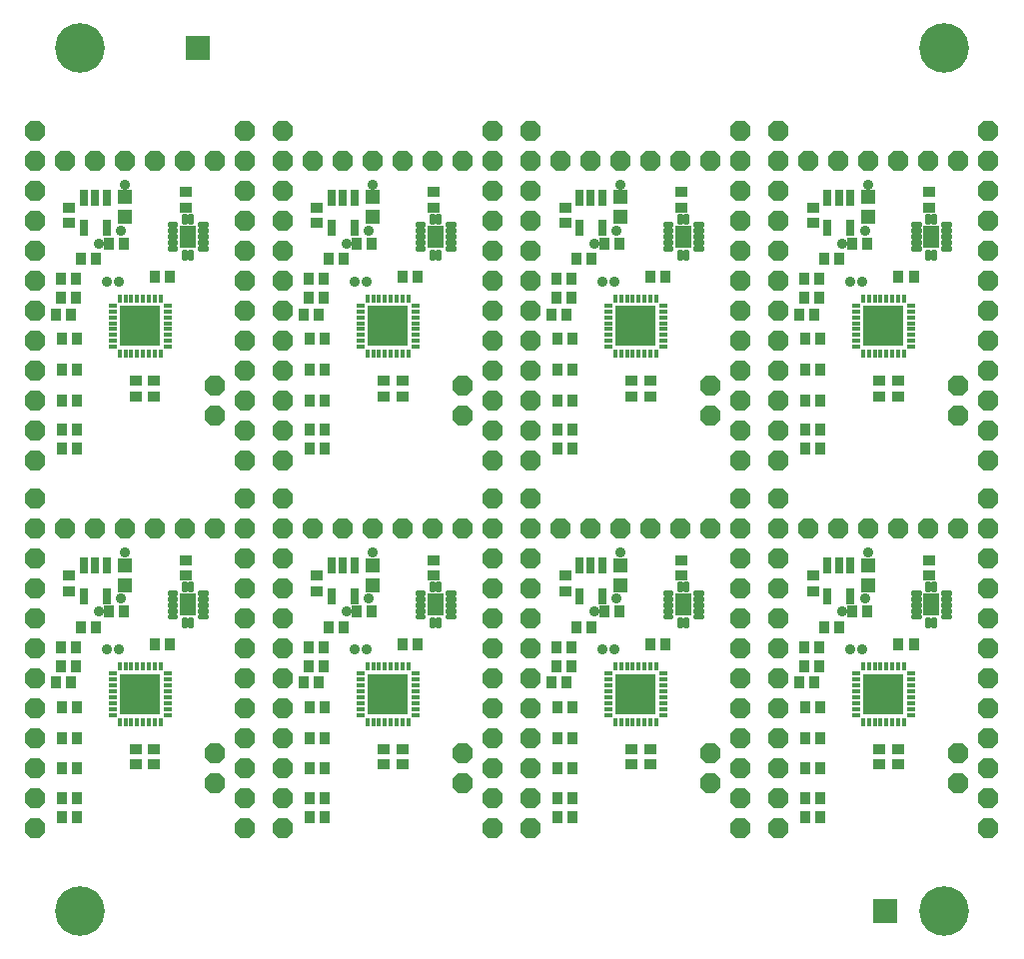
<source format=gts>
G75*
%MOIN*%
%OFA0B0*%
%FSLAX24Y24*%
%IPPOS*%
%LPD*%
%AMOC8*
5,1,8,0,0,1.08239X$1,22.5*
%
%ADD10C,0.1655*%
%ADD11R,0.0787X0.0787*%
%ADD12OC8,0.0671*%
%ADD13R,0.1378X0.1378*%
%ADD14R,0.0138X0.0295*%
%ADD15R,0.0295X0.0138*%
%ADD16R,0.0297X0.0552*%
%ADD17R,0.0434X0.0356*%
%ADD18R,0.0356X0.0434*%
%ADD19R,0.0474X0.0513*%
%ADD20C,0.0356*%
%ADD21C,0.0095*%
%ADD22R,0.0533X0.0730*%
%ADD23C,0.0474*%
D10*
X006685Y006405D03*
X035503Y006405D03*
X035503Y035224D03*
X006685Y035224D03*
D11*
X010622Y035224D03*
X033535Y006405D03*
D12*
X036996Y009173D03*
X036996Y010173D03*
X036996Y011173D03*
X035996Y011673D03*
X036996Y012173D03*
X036996Y013173D03*
X036996Y014173D03*
X036996Y015173D03*
X036996Y016173D03*
X036996Y017173D03*
X036996Y018173D03*
X036996Y019173D03*
X035996Y019173D03*
X034996Y019173D03*
X033996Y019173D03*
X032996Y019173D03*
X031996Y019173D03*
X030996Y019173D03*
X029996Y019173D03*
X029996Y020173D03*
X028728Y020173D03*
X028728Y019173D03*
X027728Y019173D03*
X026728Y019173D03*
X025728Y019173D03*
X024728Y019173D03*
X023728Y019173D03*
X022728Y019173D03*
X021728Y019173D03*
X021728Y020173D03*
X020460Y020173D03*
X020460Y019173D03*
X019460Y019173D03*
X018460Y019173D03*
X017460Y019173D03*
X016460Y019173D03*
X015460Y019173D03*
X014460Y019173D03*
X013460Y019173D03*
X013460Y020173D03*
X012192Y020173D03*
X012192Y019173D03*
X011192Y019173D03*
X010192Y019173D03*
X009192Y019173D03*
X008192Y019173D03*
X007192Y019173D03*
X006192Y019173D03*
X005192Y019173D03*
X005192Y020173D03*
X005192Y021456D03*
X005192Y022456D03*
X005192Y023456D03*
X005192Y024456D03*
X005192Y025456D03*
X005192Y026456D03*
X005192Y027456D03*
X005192Y028456D03*
X005192Y029456D03*
X005192Y030456D03*
X005192Y031456D03*
X005192Y032456D03*
X006192Y031456D03*
X007192Y031456D03*
X008192Y031456D03*
X009192Y031456D03*
X010192Y031456D03*
X011192Y031456D03*
X012192Y031456D03*
X012192Y032456D03*
X013460Y032456D03*
X013460Y031456D03*
X013460Y030456D03*
X013460Y029456D03*
X013460Y028456D03*
X013460Y027456D03*
X013460Y026456D03*
X013460Y025456D03*
X013460Y024456D03*
X013460Y023456D03*
X013460Y022456D03*
X013460Y021456D03*
X012192Y021456D03*
X012192Y022456D03*
X012192Y023456D03*
X012192Y024456D03*
X012192Y025456D03*
X012192Y026456D03*
X012192Y027456D03*
X012192Y028456D03*
X012192Y029456D03*
X012192Y030456D03*
X014460Y031456D03*
X015460Y031456D03*
X016460Y031456D03*
X017460Y031456D03*
X018460Y031456D03*
X019460Y031456D03*
X020460Y031456D03*
X020460Y032456D03*
X021728Y032456D03*
X021728Y031456D03*
X021728Y030456D03*
X021728Y029456D03*
X021728Y028456D03*
X021728Y027456D03*
X021728Y026456D03*
X021728Y025456D03*
X021728Y024456D03*
X021728Y023456D03*
X021728Y022456D03*
X021728Y021456D03*
X020460Y021456D03*
X020460Y022456D03*
X020460Y023456D03*
X020460Y024456D03*
X020460Y025456D03*
X020460Y026456D03*
X020460Y027456D03*
X020460Y028456D03*
X020460Y029456D03*
X020460Y030456D03*
X022728Y031456D03*
X023728Y031456D03*
X024728Y031456D03*
X025728Y031456D03*
X026728Y031456D03*
X027728Y031456D03*
X028728Y031456D03*
X028728Y032456D03*
X029996Y032456D03*
X029996Y031456D03*
X030996Y031456D03*
X031996Y031456D03*
X032996Y031456D03*
X033996Y031456D03*
X034996Y031456D03*
X035996Y031456D03*
X036996Y031456D03*
X036996Y032456D03*
X036996Y030456D03*
X036996Y029456D03*
X036996Y028456D03*
X036996Y027456D03*
X036996Y026456D03*
X036996Y025456D03*
X036996Y024456D03*
X035996Y023956D03*
X036996Y023456D03*
X036996Y022456D03*
X035996Y022956D03*
X036996Y021456D03*
X036996Y020173D03*
X029996Y021456D03*
X029996Y022456D03*
X029996Y023456D03*
X029996Y024456D03*
X029996Y025456D03*
X029996Y026456D03*
X029996Y027456D03*
X029996Y028456D03*
X029996Y029456D03*
X029996Y030456D03*
X028728Y030456D03*
X028728Y029456D03*
X028728Y028456D03*
X028728Y027456D03*
X028728Y026456D03*
X028728Y025456D03*
X028728Y024456D03*
X028728Y023456D03*
X028728Y022456D03*
X028728Y021456D03*
X027728Y022956D03*
X027728Y023956D03*
X028728Y018173D03*
X028728Y017173D03*
X028728Y016173D03*
X028728Y015173D03*
X028728Y014173D03*
X028728Y013173D03*
X028728Y012173D03*
X028728Y011173D03*
X028728Y010173D03*
X028728Y009173D03*
X029996Y009173D03*
X029996Y010173D03*
X029996Y011173D03*
X029996Y012173D03*
X029996Y013173D03*
X029996Y014173D03*
X029996Y015173D03*
X029996Y016173D03*
X029996Y017173D03*
X029996Y018173D03*
X027728Y011673D03*
X027728Y010673D03*
X021728Y011173D03*
X021728Y010173D03*
X021728Y009173D03*
X020460Y009173D03*
X020460Y010173D03*
X020460Y011173D03*
X020460Y012173D03*
X020460Y013173D03*
X020460Y014173D03*
X020460Y015173D03*
X020460Y016173D03*
X020460Y017173D03*
X020460Y018173D03*
X021728Y018173D03*
X021728Y017173D03*
X021728Y016173D03*
X021728Y015173D03*
X021728Y014173D03*
X021728Y013173D03*
X021728Y012173D03*
X019460Y011673D03*
X019460Y010673D03*
X013460Y011173D03*
X013460Y010173D03*
X013460Y009173D03*
X012192Y009173D03*
X012192Y010173D03*
X012192Y011173D03*
X012192Y012173D03*
X012192Y013173D03*
X012192Y014173D03*
X012192Y015173D03*
X012192Y016173D03*
X012192Y017173D03*
X012192Y018173D03*
X013460Y018173D03*
X013460Y017173D03*
X013460Y016173D03*
X013460Y015173D03*
X013460Y014173D03*
X013460Y013173D03*
X013460Y012173D03*
X011192Y011673D03*
X011192Y010673D03*
X005192Y011173D03*
X005192Y010173D03*
X005192Y009173D03*
X005192Y012173D03*
X005192Y013173D03*
X005192Y014173D03*
X005192Y015173D03*
X005192Y016173D03*
X005192Y017173D03*
X005192Y018173D03*
X011192Y022956D03*
X011192Y023956D03*
X019460Y023956D03*
X019460Y022956D03*
X035996Y010673D03*
D13*
X033496Y013649D03*
X025228Y013649D03*
X016960Y013649D03*
X008692Y013649D03*
X008692Y025933D03*
X016960Y025933D03*
X025228Y025933D03*
X033496Y025933D03*
D14*
X033594Y026858D03*
X033397Y026858D03*
X033200Y026858D03*
X033003Y026858D03*
X032807Y026858D03*
X033791Y026858D03*
X033988Y026858D03*
X034185Y026858D03*
X034185Y025007D03*
X033988Y025007D03*
X033791Y025007D03*
X033594Y025007D03*
X033397Y025007D03*
X033200Y025007D03*
X033003Y025007D03*
X032807Y025007D03*
X025917Y025007D03*
X025720Y025007D03*
X025523Y025007D03*
X025326Y025007D03*
X025129Y025007D03*
X024933Y025007D03*
X024736Y025007D03*
X024539Y025007D03*
X024539Y026858D03*
X024736Y026858D03*
X024933Y026858D03*
X025129Y026858D03*
X025326Y026858D03*
X025523Y026858D03*
X025720Y026858D03*
X025917Y026858D03*
X017649Y026858D03*
X017452Y026858D03*
X017255Y026858D03*
X017059Y026858D03*
X016862Y026858D03*
X016665Y026858D03*
X016468Y026858D03*
X016271Y026858D03*
X016271Y025007D03*
X016468Y025007D03*
X016665Y025007D03*
X016862Y025007D03*
X017059Y025007D03*
X017255Y025007D03*
X017452Y025007D03*
X017649Y025007D03*
X009381Y025007D03*
X009185Y025007D03*
X008988Y025007D03*
X008791Y025007D03*
X008594Y025007D03*
X008397Y025007D03*
X008200Y025007D03*
X008003Y025007D03*
X008003Y026858D03*
X008200Y026858D03*
X008397Y026858D03*
X008594Y026858D03*
X008791Y026858D03*
X008988Y026858D03*
X009185Y026858D03*
X009381Y026858D03*
X009381Y014574D03*
X009185Y014574D03*
X008988Y014574D03*
X008791Y014574D03*
X008594Y014574D03*
X008397Y014574D03*
X008200Y014574D03*
X008003Y014574D03*
X008003Y012724D03*
X008200Y012724D03*
X008397Y012724D03*
X008594Y012724D03*
X008791Y012724D03*
X008988Y012724D03*
X009185Y012724D03*
X009381Y012724D03*
X016271Y012724D03*
X016468Y012724D03*
X016665Y012724D03*
X016862Y012724D03*
X017059Y012724D03*
X017255Y012724D03*
X017452Y012724D03*
X017649Y012724D03*
X017649Y014574D03*
X017452Y014574D03*
X017255Y014574D03*
X017059Y014574D03*
X016862Y014574D03*
X016665Y014574D03*
X016468Y014574D03*
X016271Y014574D03*
X024539Y014574D03*
X024736Y014574D03*
X024933Y014574D03*
X025129Y014574D03*
X025326Y014574D03*
X025523Y014574D03*
X025720Y014574D03*
X025917Y014574D03*
X025917Y012724D03*
X025720Y012724D03*
X025523Y012724D03*
X025326Y012724D03*
X025129Y012724D03*
X024933Y012724D03*
X024736Y012724D03*
X024539Y012724D03*
X032807Y012724D03*
X033003Y012724D03*
X033200Y012724D03*
X033397Y012724D03*
X033594Y012724D03*
X033791Y012724D03*
X033988Y012724D03*
X034185Y012724D03*
X034185Y014574D03*
X033988Y014574D03*
X033791Y014574D03*
X033594Y014574D03*
X033397Y014574D03*
X033200Y014574D03*
X033003Y014574D03*
X032807Y014574D03*
D15*
X032570Y014338D03*
X032570Y014141D03*
X032570Y013944D03*
X032570Y013748D03*
X032570Y013551D03*
X032570Y013354D03*
X032570Y013157D03*
X032570Y012960D03*
X034421Y012960D03*
X034421Y013157D03*
X034421Y013354D03*
X034421Y013551D03*
X034421Y013748D03*
X034421Y013944D03*
X034421Y014141D03*
X034421Y014338D03*
X026153Y014338D03*
X026153Y014141D03*
X026153Y013944D03*
X026153Y013748D03*
X026153Y013551D03*
X026153Y013354D03*
X026153Y013157D03*
X026153Y012960D03*
X024303Y012960D03*
X024303Y013157D03*
X024303Y013354D03*
X024303Y013551D03*
X024303Y013748D03*
X024303Y013944D03*
X024303Y014141D03*
X024303Y014338D03*
X017885Y014338D03*
X017885Y014141D03*
X017885Y013944D03*
X017885Y013748D03*
X017885Y013551D03*
X017885Y013354D03*
X017885Y013157D03*
X017885Y012960D03*
X016035Y012960D03*
X016035Y013157D03*
X016035Y013354D03*
X016035Y013551D03*
X016035Y013748D03*
X016035Y013944D03*
X016035Y014141D03*
X016035Y014338D03*
X009618Y014338D03*
X009618Y014141D03*
X009618Y013944D03*
X009618Y013748D03*
X009618Y013551D03*
X009618Y013354D03*
X009618Y013157D03*
X009618Y012960D03*
X007767Y012960D03*
X007767Y013157D03*
X007767Y013354D03*
X007767Y013551D03*
X007767Y013748D03*
X007767Y013944D03*
X007767Y014141D03*
X007767Y014338D03*
X007767Y025244D03*
X007767Y025441D03*
X007767Y025637D03*
X007767Y025834D03*
X007767Y026031D03*
X007767Y026228D03*
X007767Y026425D03*
X007767Y026622D03*
X009618Y026622D03*
X009618Y026425D03*
X009618Y026228D03*
X009618Y026031D03*
X009618Y025834D03*
X009618Y025637D03*
X009618Y025441D03*
X009618Y025244D03*
X016035Y025244D03*
X016035Y025441D03*
X016035Y025637D03*
X016035Y025834D03*
X016035Y026031D03*
X016035Y026228D03*
X016035Y026425D03*
X016035Y026622D03*
X017885Y026622D03*
X017885Y026425D03*
X017885Y026228D03*
X017885Y026031D03*
X017885Y025834D03*
X017885Y025637D03*
X017885Y025441D03*
X017885Y025244D03*
X024303Y025244D03*
X024303Y025441D03*
X024303Y025637D03*
X024303Y025834D03*
X024303Y026031D03*
X024303Y026228D03*
X024303Y026425D03*
X024303Y026622D03*
X026153Y026622D03*
X026153Y026425D03*
X026153Y026228D03*
X026153Y026031D03*
X026153Y025834D03*
X026153Y025637D03*
X026153Y025441D03*
X026153Y025244D03*
X032570Y025244D03*
X032570Y025441D03*
X032570Y025637D03*
X032570Y025834D03*
X032570Y026031D03*
X032570Y026228D03*
X032570Y026425D03*
X032570Y026622D03*
X034421Y026622D03*
X034421Y026425D03*
X034421Y026228D03*
X034421Y026031D03*
X034421Y025834D03*
X034421Y025637D03*
X034421Y025441D03*
X034421Y025244D03*
D16*
X032374Y029200D03*
X031626Y029200D03*
X031626Y030224D03*
X032000Y030224D03*
X032374Y030224D03*
X024106Y030224D03*
X023732Y030224D03*
X023358Y030224D03*
X023358Y029200D03*
X024106Y029200D03*
X015838Y029200D03*
X015090Y029200D03*
X015090Y030224D03*
X015464Y030224D03*
X015838Y030224D03*
X007570Y030224D03*
X007196Y030224D03*
X006822Y030224D03*
X006822Y029200D03*
X007570Y029200D03*
X007570Y017941D03*
X007196Y017941D03*
X006822Y017941D03*
X006822Y016917D03*
X007570Y016917D03*
X015090Y016917D03*
X015838Y016917D03*
X015838Y017941D03*
X015464Y017941D03*
X015090Y017941D03*
X023358Y017941D03*
X023732Y017941D03*
X024106Y017941D03*
X024106Y016917D03*
X023358Y016917D03*
X031626Y016917D03*
X032374Y016917D03*
X032374Y017941D03*
X032000Y017941D03*
X031626Y017941D03*
D17*
X031133Y017606D03*
X031133Y017094D03*
X035031Y017606D03*
X035031Y018118D03*
X033968Y023590D03*
X033968Y024102D03*
X033338Y024102D03*
X033338Y023590D03*
X031133Y029378D03*
X031133Y029889D03*
X035031Y029889D03*
X035031Y030401D03*
X026763Y030401D03*
X026763Y029889D03*
X022866Y029889D03*
X022866Y029378D03*
X018496Y029889D03*
X018496Y030401D03*
X014598Y029889D03*
X014598Y029378D03*
X010228Y029889D03*
X010228Y030401D03*
X006330Y029889D03*
X006330Y029378D03*
X008535Y024102D03*
X008535Y023590D03*
X009165Y023590D03*
X009165Y024102D03*
X010228Y018118D03*
X010228Y017606D03*
X006330Y017606D03*
X006330Y017094D03*
X008535Y011819D03*
X008535Y011307D03*
X009165Y011307D03*
X009165Y011819D03*
X014598Y017094D03*
X014598Y017606D03*
X018496Y017606D03*
X018496Y018118D03*
X022866Y017606D03*
X022866Y017094D03*
X026763Y017606D03*
X026763Y018118D03*
X025700Y023590D03*
X025700Y024102D03*
X025070Y024102D03*
X025070Y023590D03*
X017433Y023590D03*
X017433Y024102D03*
X016803Y024102D03*
X016803Y023590D03*
X016803Y011819D03*
X016803Y011307D03*
X017433Y011307D03*
X017433Y011819D03*
X025070Y011819D03*
X025070Y011307D03*
X025700Y011307D03*
X025700Y011819D03*
X033338Y011819D03*
X033338Y011307D03*
X033968Y011307D03*
X033968Y011819D03*
D18*
X031389Y012193D03*
X030878Y012193D03*
X030878Y013216D03*
X031389Y013216D03*
X031192Y014043D03*
X030681Y014043D03*
X030838Y014594D03*
X030838Y015224D03*
X031350Y015224D03*
X031350Y014594D03*
X031507Y015893D03*
X032019Y015893D03*
X032452Y016405D03*
X032964Y016405D03*
X033988Y015303D03*
X034500Y015303D03*
X031389Y011169D03*
X030878Y011169D03*
X030878Y010185D03*
X031389Y010185D03*
X031389Y009555D03*
X030878Y009555D03*
X026232Y015303D03*
X025720Y015303D03*
X024696Y016405D03*
X024185Y016405D03*
X023752Y015893D03*
X023240Y015893D03*
X023082Y015224D03*
X023082Y014594D03*
X022570Y014594D03*
X022570Y015224D03*
X022413Y014043D03*
X022925Y014043D03*
X023122Y013216D03*
X022610Y013216D03*
X022610Y012193D03*
X023122Y012193D03*
X023122Y011169D03*
X022610Y011169D03*
X022610Y010185D03*
X023122Y010185D03*
X023122Y009555D03*
X022610Y009555D03*
X017964Y015303D03*
X017452Y015303D03*
X016429Y016405D03*
X015917Y016405D03*
X015484Y015893D03*
X014972Y015893D03*
X014815Y015224D03*
X014303Y015224D03*
X014303Y014594D03*
X014815Y014594D03*
X014657Y014043D03*
X014145Y014043D03*
X014342Y013216D03*
X014854Y013216D03*
X014854Y012193D03*
X014342Y012193D03*
X014342Y011169D03*
X014854Y011169D03*
X014854Y010185D03*
X014342Y010185D03*
X014342Y009555D03*
X014854Y009555D03*
X009696Y015303D03*
X009185Y015303D03*
X008161Y016405D03*
X007649Y016405D03*
X007216Y015893D03*
X006704Y015893D03*
X006547Y015224D03*
X006035Y015224D03*
X006035Y014594D03*
X006547Y014594D03*
X006389Y014043D03*
X005878Y014043D03*
X006074Y013216D03*
X006586Y013216D03*
X006586Y012193D03*
X006074Y012193D03*
X006074Y011169D03*
X006586Y011169D03*
X006586Y010185D03*
X006074Y010185D03*
X006074Y009555D03*
X006586Y009555D03*
X006586Y021838D03*
X006074Y021838D03*
X006074Y022468D03*
X006586Y022468D03*
X006586Y023452D03*
X006074Y023452D03*
X006074Y024476D03*
X006586Y024476D03*
X006586Y025500D03*
X006074Y025500D03*
X005878Y026326D03*
X006389Y026326D03*
X006547Y026878D03*
X006035Y026878D03*
X006035Y027507D03*
X006547Y027507D03*
X006704Y028177D03*
X007216Y028177D03*
X007649Y028689D03*
X008161Y028689D03*
X009185Y027586D03*
X009696Y027586D03*
X014303Y027507D03*
X014815Y027507D03*
X014815Y026878D03*
X014303Y026878D03*
X014145Y026326D03*
X014657Y026326D03*
X014854Y025500D03*
X014342Y025500D03*
X014342Y024476D03*
X014854Y024476D03*
X014854Y023452D03*
X014342Y023452D03*
X014342Y022468D03*
X014854Y022468D03*
X014854Y021838D03*
X014342Y021838D03*
X017452Y027586D03*
X017964Y027586D03*
X016429Y028689D03*
X015917Y028689D03*
X015484Y028177D03*
X014972Y028177D03*
X022570Y027507D03*
X022570Y026878D03*
X023082Y026878D03*
X023082Y027507D03*
X023240Y028177D03*
X023752Y028177D03*
X024185Y028689D03*
X024696Y028689D03*
X025720Y027586D03*
X026232Y027586D03*
X023122Y025500D03*
X022610Y025500D03*
X022413Y026326D03*
X022925Y026326D03*
X023122Y024476D03*
X022610Y024476D03*
X022610Y023452D03*
X023122Y023452D03*
X023122Y022468D03*
X022610Y022468D03*
X022610Y021838D03*
X023122Y021838D03*
X030681Y026326D03*
X031192Y026326D03*
X031350Y026878D03*
X031350Y027507D03*
X030838Y027507D03*
X030838Y026878D03*
X031507Y028177D03*
X032019Y028177D03*
X032452Y028689D03*
X032964Y028689D03*
X033988Y027586D03*
X034500Y027586D03*
X031389Y025500D03*
X030878Y025500D03*
X030878Y024476D03*
X031389Y024476D03*
X031389Y023452D03*
X030878Y023452D03*
X030878Y022468D03*
X031389Y022468D03*
X031389Y021838D03*
X030878Y021838D03*
D19*
X032984Y017960D03*
X032984Y017291D03*
X024716Y017291D03*
X024716Y017960D03*
X016448Y017960D03*
X016448Y017291D03*
X008181Y017291D03*
X008181Y017960D03*
X008181Y029574D03*
X008181Y030244D03*
X016448Y030244D03*
X016448Y029574D03*
X024716Y029574D03*
X024716Y030244D03*
X032984Y030244D03*
X032984Y029574D03*
D20*
X032866Y029122D03*
X032118Y028689D03*
X032393Y027429D03*
X032787Y027429D03*
X032984Y030657D03*
X024716Y030657D03*
X024598Y029122D03*
X023850Y028689D03*
X024126Y027429D03*
X024519Y027429D03*
X016448Y030657D03*
X016330Y029122D03*
X015582Y028689D03*
X015858Y027429D03*
X016252Y027429D03*
X007984Y027429D03*
X007590Y027429D03*
X007315Y028689D03*
X008063Y029122D03*
X008181Y030657D03*
X008181Y018374D03*
X008063Y016838D03*
X007315Y016405D03*
X007590Y015145D03*
X007984Y015145D03*
X015582Y016405D03*
X016330Y016838D03*
X016448Y018374D03*
X016252Y015145D03*
X015858Y015145D03*
X023850Y016405D03*
X024598Y016838D03*
X024716Y018374D03*
X024519Y015145D03*
X024126Y015145D03*
X032118Y016405D03*
X032866Y016838D03*
X032984Y018374D03*
X032787Y015145D03*
X032393Y015145D03*
D21*
X034437Y016200D02*
X034437Y016296D01*
X034699Y016296D01*
X034699Y016200D01*
X034437Y016200D01*
X034437Y016294D02*
X034699Y016294D01*
X034437Y016396D02*
X034437Y016492D01*
X034699Y016492D01*
X034699Y016396D01*
X034437Y016396D01*
X034437Y016490D02*
X034699Y016490D01*
X034437Y016593D02*
X034437Y016689D01*
X034699Y016689D01*
X034699Y016593D01*
X034437Y016593D01*
X034437Y016687D02*
X034699Y016687D01*
X034437Y016790D02*
X034437Y016886D01*
X034699Y016886D01*
X034699Y016790D01*
X034437Y016790D01*
X034437Y016884D02*
X034699Y016884D01*
X034437Y016987D02*
X034437Y017083D01*
X034699Y017083D01*
X034699Y016987D01*
X034437Y016987D01*
X034437Y017081D02*
X034699Y017081D01*
X034924Y017373D02*
X035020Y017373D01*
X035020Y017111D01*
X034924Y017111D01*
X034924Y017373D01*
X034924Y017205D02*
X035020Y017205D01*
X035020Y017299D02*
X034924Y017299D01*
X035121Y017373D02*
X035217Y017373D01*
X035217Y017111D01*
X035121Y017111D01*
X035121Y017373D01*
X035121Y017205D02*
X035217Y017205D01*
X035217Y017299D02*
X035121Y017299D01*
X035703Y017083D02*
X035703Y016987D01*
X035441Y016987D01*
X035441Y017083D01*
X035703Y017083D01*
X035703Y017081D02*
X035441Y017081D01*
X035703Y016886D02*
X035703Y016790D01*
X035441Y016790D01*
X035441Y016886D01*
X035703Y016886D01*
X035703Y016884D02*
X035441Y016884D01*
X035703Y016689D02*
X035703Y016593D01*
X035441Y016593D01*
X035441Y016689D01*
X035703Y016689D01*
X035703Y016687D02*
X035441Y016687D01*
X035703Y016492D02*
X035703Y016396D01*
X035441Y016396D01*
X035441Y016492D01*
X035703Y016492D01*
X035703Y016490D02*
X035441Y016490D01*
X035703Y016296D02*
X035703Y016200D01*
X035441Y016200D01*
X035441Y016296D01*
X035703Y016296D01*
X035703Y016294D02*
X035441Y016294D01*
X035217Y015910D02*
X035121Y015910D01*
X035121Y016172D01*
X035217Y016172D01*
X035217Y015910D01*
X035217Y016004D02*
X035121Y016004D01*
X035121Y016098D02*
X035217Y016098D01*
X035020Y015910D02*
X034924Y015910D01*
X034924Y016172D01*
X035020Y016172D01*
X035020Y015910D01*
X035020Y016004D02*
X034924Y016004D01*
X034924Y016098D02*
X035020Y016098D01*
X027436Y016200D02*
X027436Y016296D01*
X027436Y016200D02*
X027174Y016200D01*
X027174Y016296D01*
X027436Y016296D01*
X027436Y016294D02*
X027174Y016294D01*
X027436Y016396D02*
X027436Y016492D01*
X027436Y016396D02*
X027174Y016396D01*
X027174Y016492D01*
X027436Y016492D01*
X027436Y016490D02*
X027174Y016490D01*
X027436Y016593D02*
X027436Y016689D01*
X027436Y016593D02*
X027174Y016593D01*
X027174Y016689D01*
X027436Y016689D01*
X027436Y016687D02*
X027174Y016687D01*
X027436Y016790D02*
X027436Y016886D01*
X027436Y016790D02*
X027174Y016790D01*
X027174Y016886D01*
X027436Y016886D01*
X027436Y016884D02*
X027174Y016884D01*
X027436Y016987D02*
X027436Y017083D01*
X027436Y016987D02*
X027174Y016987D01*
X027174Y017083D01*
X027436Y017083D01*
X027436Y017081D02*
X027174Y017081D01*
X026949Y017373D02*
X026853Y017373D01*
X026949Y017373D02*
X026949Y017111D01*
X026853Y017111D01*
X026853Y017373D01*
X026853Y017205D02*
X026949Y017205D01*
X026949Y017299D02*
X026853Y017299D01*
X026752Y017373D02*
X026656Y017373D01*
X026752Y017373D02*
X026752Y017111D01*
X026656Y017111D01*
X026656Y017373D01*
X026656Y017205D02*
X026752Y017205D01*
X026752Y017299D02*
X026656Y017299D01*
X026170Y017083D02*
X026170Y016987D01*
X026170Y017083D02*
X026432Y017083D01*
X026432Y016987D01*
X026170Y016987D01*
X026170Y017081D02*
X026432Y017081D01*
X026170Y016886D02*
X026170Y016790D01*
X026170Y016886D02*
X026432Y016886D01*
X026432Y016790D01*
X026170Y016790D01*
X026170Y016884D02*
X026432Y016884D01*
X026170Y016689D02*
X026170Y016593D01*
X026170Y016689D02*
X026432Y016689D01*
X026432Y016593D01*
X026170Y016593D01*
X026170Y016687D02*
X026432Y016687D01*
X026170Y016492D02*
X026170Y016396D01*
X026170Y016492D02*
X026432Y016492D01*
X026432Y016396D01*
X026170Y016396D01*
X026170Y016490D02*
X026432Y016490D01*
X026170Y016296D02*
X026170Y016200D01*
X026170Y016296D02*
X026432Y016296D01*
X026432Y016200D01*
X026170Y016200D01*
X026170Y016294D02*
X026432Y016294D01*
X026656Y015910D02*
X026752Y015910D01*
X026656Y015910D02*
X026656Y016172D01*
X026752Y016172D01*
X026752Y015910D01*
X026752Y016004D02*
X026656Y016004D01*
X026656Y016098D02*
X026752Y016098D01*
X026853Y015910D02*
X026949Y015910D01*
X026853Y015910D02*
X026853Y016172D01*
X026949Y016172D01*
X026949Y015910D01*
X026949Y016004D02*
X026853Y016004D01*
X026853Y016098D02*
X026949Y016098D01*
X019168Y016200D02*
X019168Y016296D01*
X019168Y016200D02*
X018906Y016200D01*
X018906Y016296D01*
X019168Y016296D01*
X019168Y016294D02*
X018906Y016294D01*
X019168Y016396D02*
X019168Y016492D01*
X019168Y016396D02*
X018906Y016396D01*
X018906Y016492D01*
X019168Y016492D01*
X019168Y016490D02*
X018906Y016490D01*
X019168Y016593D02*
X019168Y016689D01*
X019168Y016593D02*
X018906Y016593D01*
X018906Y016689D01*
X019168Y016689D01*
X019168Y016687D02*
X018906Y016687D01*
X019168Y016790D02*
X019168Y016886D01*
X019168Y016790D02*
X018906Y016790D01*
X018906Y016886D01*
X019168Y016886D01*
X019168Y016884D02*
X018906Y016884D01*
X019168Y016987D02*
X019168Y017083D01*
X019168Y016987D02*
X018906Y016987D01*
X018906Y017083D01*
X019168Y017083D01*
X019168Y017081D02*
X018906Y017081D01*
X018681Y017373D02*
X018585Y017373D01*
X018681Y017373D02*
X018681Y017111D01*
X018585Y017111D01*
X018585Y017373D01*
X018585Y017205D02*
X018681Y017205D01*
X018681Y017299D02*
X018585Y017299D01*
X018485Y017373D02*
X018389Y017373D01*
X018485Y017373D02*
X018485Y017111D01*
X018389Y017111D01*
X018389Y017373D01*
X018389Y017205D02*
X018485Y017205D01*
X018485Y017299D02*
X018389Y017299D01*
X017902Y017083D02*
X017902Y016987D01*
X017902Y017083D02*
X018164Y017083D01*
X018164Y016987D01*
X017902Y016987D01*
X017902Y017081D02*
X018164Y017081D01*
X017902Y016886D02*
X017902Y016790D01*
X017902Y016886D02*
X018164Y016886D01*
X018164Y016790D01*
X017902Y016790D01*
X017902Y016884D02*
X018164Y016884D01*
X017902Y016689D02*
X017902Y016593D01*
X017902Y016689D02*
X018164Y016689D01*
X018164Y016593D01*
X017902Y016593D01*
X017902Y016687D02*
X018164Y016687D01*
X017902Y016492D02*
X017902Y016396D01*
X017902Y016492D02*
X018164Y016492D01*
X018164Y016396D01*
X017902Y016396D01*
X017902Y016490D02*
X018164Y016490D01*
X017902Y016296D02*
X017902Y016200D01*
X017902Y016296D02*
X018164Y016296D01*
X018164Y016200D01*
X017902Y016200D01*
X017902Y016294D02*
X018164Y016294D01*
X018389Y015910D02*
X018485Y015910D01*
X018389Y015910D02*
X018389Y016172D01*
X018485Y016172D01*
X018485Y015910D01*
X018485Y016004D02*
X018389Y016004D01*
X018389Y016098D02*
X018485Y016098D01*
X018585Y015910D02*
X018681Y015910D01*
X018585Y015910D02*
X018585Y016172D01*
X018681Y016172D01*
X018681Y015910D01*
X018681Y016004D02*
X018585Y016004D01*
X018585Y016098D02*
X018681Y016098D01*
X010900Y016200D02*
X010900Y016296D01*
X010900Y016200D02*
X010638Y016200D01*
X010638Y016296D01*
X010900Y016296D01*
X010900Y016294D02*
X010638Y016294D01*
X010900Y016396D02*
X010900Y016492D01*
X010900Y016396D02*
X010638Y016396D01*
X010638Y016492D01*
X010900Y016492D01*
X010900Y016490D02*
X010638Y016490D01*
X010900Y016593D02*
X010900Y016689D01*
X010900Y016593D02*
X010638Y016593D01*
X010638Y016689D01*
X010900Y016689D01*
X010900Y016687D02*
X010638Y016687D01*
X010900Y016790D02*
X010900Y016886D01*
X010900Y016790D02*
X010638Y016790D01*
X010638Y016886D01*
X010900Y016886D01*
X010900Y016884D02*
X010638Y016884D01*
X010900Y016987D02*
X010900Y017083D01*
X010900Y016987D02*
X010638Y016987D01*
X010638Y017083D01*
X010900Y017083D01*
X010900Y017081D02*
X010638Y017081D01*
X010414Y017373D02*
X010318Y017373D01*
X010414Y017373D02*
X010414Y017111D01*
X010318Y017111D01*
X010318Y017373D01*
X010318Y017205D02*
X010414Y017205D01*
X010414Y017299D02*
X010318Y017299D01*
X010217Y017373D02*
X010121Y017373D01*
X010217Y017373D02*
X010217Y017111D01*
X010121Y017111D01*
X010121Y017373D01*
X010121Y017205D02*
X010217Y017205D01*
X010217Y017299D02*
X010121Y017299D01*
X009634Y017083D02*
X009634Y016987D01*
X009634Y017083D02*
X009896Y017083D01*
X009896Y016987D01*
X009634Y016987D01*
X009634Y017081D02*
X009896Y017081D01*
X009634Y016886D02*
X009634Y016790D01*
X009634Y016886D02*
X009896Y016886D01*
X009896Y016790D01*
X009634Y016790D01*
X009634Y016884D02*
X009896Y016884D01*
X009634Y016689D02*
X009634Y016593D01*
X009634Y016689D02*
X009896Y016689D01*
X009896Y016593D01*
X009634Y016593D01*
X009634Y016687D02*
X009896Y016687D01*
X009634Y016492D02*
X009634Y016396D01*
X009634Y016492D02*
X009896Y016492D01*
X009896Y016396D01*
X009634Y016396D01*
X009634Y016490D02*
X009896Y016490D01*
X009634Y016296D02*
X009634Y016200D01*
X009634Y016296D02*
X009896Y016296D01*
X009896Y016200D01*
X009634Y016200D01*
X009634Y016294D02*
X009896Y016294D01*
X010121Y015910D02*
X010217Y015910D01*
X010121Y015910D02*
X010121Y016172D01*
X010217Y016172D01*
X010217Y015910D01*
X010217Y016004D02*
X010121Y016004D01*
X010121Y016098D02*
X010217Y016098D01*
X010318Y015910D02*
X010414Y015910D01*
X010318Y015910D02*
X010318Y016172D01*
X010414Y016172D01*
X010414Y015910D01*
X010414Y016004D02*
X010318Y016004D01*
X010318Y016098D02*
X010414Y016098D01*
X010414Y028193D02*
X010318Y028193D01*
X010318Y028455D01*
X010414Y028455D01*
X010414Y028193D01*
X010414Y028287D02*
X010318Y028287D01*
X010318Y028381D02*
X010414Y028381D01*
X010217Y028193D02*
X010121Y028193D01*
X010121Y028455D01*
X010217Y028455D01*
X010217Y028193D01*
X010217Y028287D02*
X010121Y028287D01*
X010121Y028381D02*
X010217Y028381D01*
X010900Y028483D02*
X010900Y028579D01*
X010900Y028483D02*
X010638Y028483D01*
X010638Y028579D01*
X010900Y028579D01*
X010900Y028577D02*
X010638Y028577D01*
X010900Y028680D02*
X010900Y028776D01*
X010900Y028680D02*
X010638Y028680D01*
X010638Y028776D01*
X010900Y028776D01*
X010900Y028774D02*
X010638Y028774D01*
X010900Y028877D02*
X010900Y028973D01*
X010900Y028877D02*
X010638Y028877D01*
X010638Y028973D01*
X010900Y028973D01*
X010900Y028971D02*
X010638Y028971D01*
X010900Y029074D02*
X010900Y029170D01*
X010900Y029074D02*
X010638Y029074D01*
X010638Y029170D01*
X010900Y029170D01*
X010900Y029168D02*
X010638Y029168D01*
X010900Y029271D02*
X010900Y029367D01*
X010900Y029271D02*
X010638Y029271D01*
X010638Y029367D01*
X010900Y029367D01*
X010900Y029365D02*
X010638Y029365D01*
X010414Y029656D02*
X010318Y029656D01*
X010414Y029656D02*
X010414Y029394D01*
X010318Y029394D01*
X010318Y029656D01*
X010318Y029488D02*
X010414Y029488D01*
X010414Y029582D02*
X010318Y029582D01*
X010217Y029656D02*
X010121Y029656D01*
X010217Y029656D02*
X010217Y029394D01*
X010121Y029394D01*
X010121Y029656D01*
X010121Y029488D02*
X010217Y029488D01*
X010217Y029582D02*
X010121Y029582D01*
X009634Y029367D02*
X009634Y029271D01*
X009634Y029367D02*
X009896Y029367D01*
X009896Y029271D01*
X009634Y029271D01*
X009634Y029365D02*
X009896Y029365D01*
X009634Y029170D02*
X009634Y029074D01*
X009634Y029170D02*
X009896Y029170D01*
X009896Y029074D01*
X009634Y029074D01*
X009634Y029168D02*
X009896Y029168D01*
X009634Y028973D02*
X009634Y028877D01*
X009634Y028973D02*
X009896Y028973D01*
X009896Y028877D01*
X009634Y028877D01*
X009634Y028971D02*
X009896Y028971D01*
X009634Y028776D02*
X009634Y028680D01*
X009634Y028776D02*
X009896Y028776D01*
X009896Y028680D01*
X009634Y028680D01*
X009634Y028774D02*
X009896Y028774D01*
X009634Y028579D02*
X009634Y028483D01*
X009634Y028579D02*
X009896Y028579D01*
X009896Y028483D01*
X009634Y028483D01*
X009634Y028577D02*
X009896Y028577D01*
X017902Y028483D02*
X017902Y028579D01*
X018164Y028579D01*
X018164Y028483D01*
X017902Y028483D01*
X017902Y028577D02*
X018164Y028577D01*
X017902Y028680D02*
X017902Y028776D01*
X018164Y028776D01*
X018164Y028680D01*
X017902Y028680D01*
X017902Y028774D02*
X018164Y028774D01*
X017902Y028877D02*
X017902Y028973D01*
X018164Y028973D01*
X018164Y028877D01*
X017902Y028877D01*
X017902Y028971D02*
X018164Y028971D01*
X017902Y029074D02*
X017902Y029170D01*
X018164Y029170D01*
X018164Y029074D01*
X017902Y029074D01*
X017902Y029168D02*
X018164Y029168D01*
X017902Y029271D02*
X017902Y029367D01*
X018164Y029367D01*
X018164Y029271D01*
X017902Y029271D01*
X017902Y029365D02*
X018164Y029365D01*
X018389Y029656D02*
X018485Y029656D01*
X018485Y029394D01*
X018389Y029394D01*
X018389Y029656D01*
X018389Y029488D02*
X018485Y029488D01*
X018485Y029582D02*
X018389Y029582D01*
X018585Y029656D02*
X018681Y029656D01*
X018681Y029394D01*
X018585Y029394D01*
X018585Y029656D01*
X018585Y029488D02*
X018681Y029488D01*
X018681Y029582D02*
X018585Y029582D01*
X019168Y029367D02*
X019168Y029271D01*
X018906Y029271D01*
X018906Y029367D01*
X019168Y029367D01*
X019168Y029365D02*
X018906Y029365D01*
X019168Y029170D02*
X019168Y029074D01*
X018906Y029074D01*
X018906Y029170D01*
X019168Y029170D01*
X019168Y029168D02*
X018906Y029168D01*
X019168Y028973D02*
X019168Y028877D01*
X018906Y028877D01*
X018906Y028973D01*
X019168Y028973D01*
X019168Y028971D02*
X018906Y028971D01*
X019168Y028776D02*
X019168Y028680D01*
X018906Y028680D01*
X018906Y028776D01*
X019168Y028776D01*
X019168Y028774D02*
X018906Y028774D01*
X019168Y028579D02*
X019168Y028483D01*
X018906Y028483D01*
X018906Y028579D01*
X019168Y028579D01*
X019168Y028577D02*
X018906Y028577D01*
X018681Y028193D02*
X018585Y028193D01*
X018585Y028455D01*
X018681Y028455D01*
X018681Y028193D01*
X018681Y028287D02*
X018585Y028287D01*
X018585Y028381D02*
X018681Y028381D01*
X018485Y028193D02*
X018389Y028193D01*
X018389Y028455D01*
X018485Y028455D01*
X018485Y028193D01*
X018485Y028287D02*
X018389Y028287D01*
X018389Y028381D02*
X018485Y028381D01*
X026170Y028483D02*
X026170Y028579D01*
X026432Y028579D01*
X026432Y028483D01*
X026170Y028483D01*
X026170Y028577D02*
X026432Y028577D01*
X026170Y028680D02*
X026170Y028776D01*
X026432Y028776D01*
X026432Y028680D01*
X026170Y028680D01*
X026170Y028774D02*
X026432Y028774D01*
X026170Y028877D02*
X026170Y028973D01*
X026432Y028973D01*
X026432Y028877D01*
X026170Y028877D01*
X026170Y028971D02*
X026432Y028971D01*
X026170Y029074D02*
X026170Y029170D01*
X026432Y029170D01*
X026432Y029074D01*
X026170Y029074D01*
X026170Y029168D02*
X026432Y029168D01*
X026170Y029271D02*
X026170Y029367D01*
X026432Y029367D01*
X026432Y029271D01*
X026170Y029271D01*
X026170Y029365D02*
X026432Y029365D01*
X026656Y029656D02*
X026752Y029656D01*
X026752Y029394D01*
X026656Y029394D01*
X026656Y029656D01*
X026656Y029488D02*
X026752Y029488D01*
X026752Y029582D02*
X026656Y029582D01*
X026853Y029656D02*
X026949Y029656D01*
X026949Y029394D01*
X026853Y029394D01*
X026853Y029656D01*
X026853Y029488D02*
X026949Y029488D01*
X026949Y029582D02*
X026853Y029582D01*
X027436Y029367D02*
X027436Y029271D01*
X027174Y029271D01*
X027174Y029367D01*
X027436Y029367D01*
X027436Y029365D02*
X027174Y029365D01*
X027436Y029170D02*
X027436Y029074D01*
X027174Y029074D01*
X027174Y029170D01*
X027436Y029170D01*
X027436Y029168D02*
X027174Y029168D01*
X027436Y028973D02*
X027436Y028877D01*
X027174Y028877D01*
X027174Y028973D01*
X027436Y028973D01*
X027436Y028971D02*
X027174Y028971D01*
X027436Y028776D02*
X027436Y028680D01*
X027174Y028680D01*
X027174Y028776D01*
X027436Y028776D01*
X027436Y028774D02*
X027174Y028774D01*
X027436Y028579D02*
X027436Y028483D01*
X027174Y028483D01*
X027174Y028579D01*
X027436Y028579D01*
X027436Y028577D02*
X027174Y028577D01*
X026949Y028193D02*
X026853Y028193D01*
X026853Y028455D01*
X026949Y028455D01*
X026949Y028193D01*
X026949Y028287D02*
X026853Y028287D01*
X026853Y028381D02*
X026949Y028381D01*
X026752Y028193D02*
X026656Y028193D01*
X026656Y028455D01*
X026752Y028455D01*
X026752Y028193D01*
X026752Y028287D02*
X026656Y028287D01*
X026656Y028381D02*
X026752Y028381D01*
X034437Y028483D02*
X034437Y028579D01*
X034699Y028579D01*
X034699Y028483D01*
X034437Y028483D01*
X034437Y028577D02*
X034699Y028577D01*
X034437Y028680D02*
X034437Y028776D01*
X034699Y028776D01*
X034699Y028680D01*
X034437Y028680D01*
X034437Y028774D02*
X034699Y028774D01*
X034437Y028877D02*
X034437Y028973D01*
X034699Y028973D01*
X034699Y028877D01*
X034437Y028877D01*
X034437Y028971D02*
X034699Y028971D01*
X034437Y029074D02*
X034437Y029170D01*
X034699Y029170D01*
X034699Y029074D01*
X034437Y029074D01*
X034437Y029168D02*
X034699Y029168D01*
X034437Y029271D02*
X034437Y029367D01*
X034699Y029367D01*
X034699Y029271D01*
X034437Y029271D01*
X034437Y029365D02*
X034699Y029365D01*
X034924Y029656D02*
X035020Y029656D01*
X035020Y029394D01*
X034924Y029394D01*
X034924Y029656D01*
X034924Y029488D02*
X035020Y029488D01*
X035020Y029582D02*
X034924Y029582D01*
X035121Y029656D02*
X035217Y029656D01*
X035217Y029394D01*
X035121Y029394D01*
X035121Y029656D01*
X035121Y029488D02*
X035217Y029488D01*
X035217Y029582D02*
X035121Y029582D01*
X035703Y029367D02*
X035703Y029271D01*
X035441Y029271D01*
X035441Y029367D01*
X035703Y029367D01*
X035703Y029365D02*
X035441Y029365D01*
X035703Y029170D02*
X035703Y029074D01*
X035441Y029074D01*
X035441Y029170D01*
X035703Y029170D01*
X035703Y029168D02*
X035441Y029168D01*
X035703Y028973D02*
X035703Y028877D01*
X035441Y028877D01*
X035441Y028973D01*
X035703Y028973D01*
X035703Y028971D02*
X035441Y028971D01*
X035703Y028776D02*
X035703Y028680D01*
X035441Y028680D01*
X035441Y028776D01*
X035703Y028776D01*
X035703Y028774D02*
X035441Y028774D01*
X035703Y028579D02*
X035703Y028483D01*
X035441Y028483D01*
X035441Y028579D01*
X035703Y028579D01*
X035703Y028577D02*
X035441Y028577D01*
X035217Y028193D02*
X035121Y028193D01*
X035121Y028455D01*
X035217Y028455D01*
X035217Y028193D01*
X035217Y028287D02*
X035121Y028287D01*
X035121Y028381D02*
X035217Y028381D01*
X035020Y028193D02*
X034924Y028193D01*
X034924Y028455D01*
X035020Y028455D01*
X035020Y028193D01*
X035020Y028287D02*
X034924Y028287D01*
X034924Y028381D02*
X035020Y028381D01*
D22*
X035070Y028925D03*
X026803Y028925D03*
X018535Y028925D03*
X010267Y028925D03*
X010267Y016641D03*
X018535Y016641D03*
X026803Y016641D03*
X035070Y016641D03*
D23*
X033535Y006405D03*
X010622Y035224D03*
M02*

</source>
